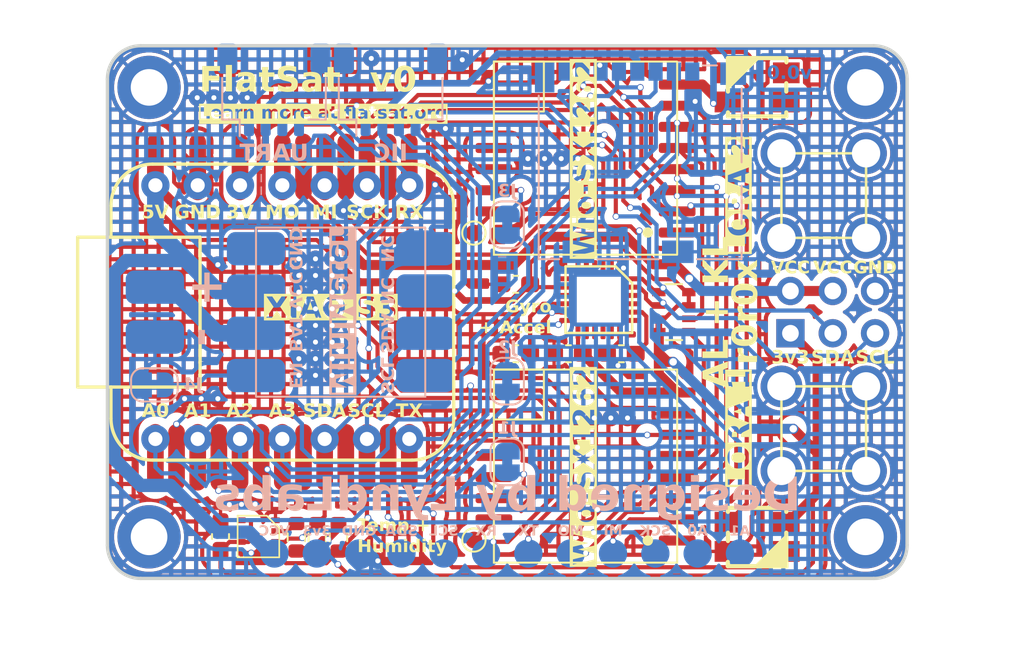
<source format=kicad_pcb>
(kicad_pcb (version 20241229) (generator "pcbnew") (generator_version "9.0")
  (layers (0 "F.Cu" signal) (2 "B.Cu" signal) (13 "F.Paste" user) (15 "B.Paste" user) (5 "F.SilkS" user "F.Silkscreen") (7 "B.SilkS" user "B.Silkscreen") (1 "F.Mask" user) (3 "B.Mask" user) (25 "Edge.Cuts" user))
  (net 0 "")
  (net 1 "Net-(U2-REGOUT)")
  (net 2 "GND")
  (net 3 "Net-(U2-CPOUT)")
  (net 4 "MCU_RX_1")
  (net 11 "Net-(D1-DOUT)")
  (net 19 "SCL")
  (net 20 "MCU_TX_1")
  (net 21 "Net-(JP1-B)")
  (net 22 "LED")
  (net 24 "CS1")
  (net 25 "CS2")
  (net 26 "SCK")
  (net 27 "MISO")
  (net 28 "MOSI")
  (net 29 "VCC")
  (net 35 "MCU_TX")
  (net 36 "MCU_RX")
  (net 37 "VBAT")
  (net 38 "Net-(JP2-A)")
  (net 39 "INT")
  (net 40 "Net-(JP3-A)")
  (net 41 "BUSY1")
  (net 42 "Net-(JP5-A)")
  (net 43 "BUSY2")
  (net 44 "Net-(U5-DI01)")
  (net 45 "Net-(U6-DI01)")
  (net 47 "SD_CS")
  (net 49 "A0")
  (net 52 "A1")
  (net 53 "+3V3")
  (net 54 "SDA")
  (net 55 "Net-(U3-CSB)")
  (net 56 "Net-(RN1D-R4.2)")
  (net 57 "Net-(RN1C-R3.2)")
  (footprint "Sensor_Motion:InvenSense_QFN-24_4x4mm_P0.5mm" (layer "F.Cu") (at 5.5 -0.75 -90)
    (property "Reference" "U2" (hide yes))
    (property "Value" "MPU-6050")
  )
  (footprint "Seeed:Wio-SX1262" (layer "F.Cu") (at 4.7 9.25 90)
    (property "Reference" "U6" (hide yes))
    (property "Value" "~")
  )
  (footprint "Package_LGA:Bosch_LGA-8_2.5x2.5mm_P0.65mm_ClockwisePinNumbering" (layer "F.Cu") (at -14.935 13.48 -90)
    (property "Reference" "U3" (hide yes))
    (property "Value" "BME280")
  )
  (footprint "MountingHole:MountingHole_2.2mm_M2_DIN965_Pad" (layer "F.Cu") (at -21.5 13.5)
    (property "Reference" "REF**" (hide yes))
    (property "Value" "M2" (hide yes))
  )
  (footprint "Resistor_SMD:R_0603_1608Metric" (layer "F.Cu") (at -12.6575 13.525 90)
    (property "Reference" "R6" (hide yes))
    (property "Value" "10K")
  )
  (footprint "Capacitor_SMD:C_0603_1608Metric_Pad1.08x0.95mm_HandSolder" (layer "F.Cu") (at 0.5125 2.5 180)
    (property "Reference" "C1" (hide yes))
    (property "Value" "0.1uf")
  )
  (footprint "Capacitor_SMD:C_0603_1608Metric_Pad1.08x0.95mm_HandSolder" (layer "F.Cu") (at 0.5125 -1.67 180)
    (property "Reference" "C5" (hide yes))
    (property "Value" "0.1uf")
  )
  (footprint "Capacitor_SMD:C_0603_1608Metric_Pad1.08x0.95mm_HandSolder" (layer "F.Cu") (at 3.675 2.5 180)
    (property "Reference" "C4" (hide yes))
    (property "Value" "0.1uf")
  )
  (footprint "Connector_Coaxial:SMA_Amphenol_901-143_Horizontal" (layer "F.Cu") (at 19 7 -90)
    (property "Reference" "AE1" (hide yes))
    (property "Value" "u.fl to SMA Edge Mount")
  )
  (footprint "MountingHole:MountingHole_2.2mm_M2_DIN965_Pad" (layer "F.Cu") (at 21.5 13.5)
    (property "Reference" "REF**" (hide yes))
    (property "Value" "M2" (hide yes))
  )
  (footprint "Connector_Coaxial:SMA_Amphenol_901-143_Horizontal" (layer "F.Cu") (at 19 -7 -90)
    (property "Reference" "AE2" (hide yes))
    (property "Value" "u.fl to SMA Edge Mount")
  )
  (footprint "Capacitor_SMD:C_0603_1608Metric_Pad1.08x0.95mm_HandSolder" (layer "F.Cu") (at 6.85 2.5 180)
    (property "Reference" "C2" (hide yes))
    (property "Value" "2.2uf")
  )
  (footprint "Capacitor_SMD:C_0603_1608Metric_Pad1.08x0.95mm_HandSolder" (layer "F.Cu") (at -17.21 13.48 90)
    (property "Reference" "C3" (hide yes))
    (property "Value" "0.1uf")
  )
  (footprint "MountingHole:MountingHole_2.2mm_M2_DIN965_Pad" (layer "F.Cu") (at 21.5 -13.5)
    (property "Reference" "REF**" (hide yes))
    (property "Value" "M2" (hide yes))
  )
  (footprint "Seeed:XIAO_SMT" (layer "F.Cu") (at -13.5 0 -90)
    (property "Reference" "U1" (hide yes))
    (property "Value" "Xiao" (hide yes))
  )
  (footprint "LED_SMD:LED_SK6812MINI_PLCC4_3.5x3.5mm_P1.75mm" (layer "F.Cu") (at 15 -13.5 180)
    (property "Reference" "D2" (hide yes))
    (property "Value" "SK6812MINI")
  )
  (footprint "LED_SMD:LED_SK6812MINI_PLCC4_3.5x3.5mm_P1.75mm" (layer "F.Cu") (at 15 13.5)
    (property "Reference" "D1" (hide yes))
    (property "Value" "SK6812MINI")
  )
  (footprint "Resistor_SMD:R_0603_1608Metric" (layer "F.Cu") (at -11.405 13.53 90)
    (property "Reference" "R5" (hide yes))
    (property "Value" "10K")
  )
  (footprint "TestPoint:TestPoint_Pad_D1.0mm" (layer "F.Cu") (at -2 13.69)
    (property "Reference" "TP2" (hide yes))
    (property "Value" "TestPoint" (hide yes))
  )
  (footprint "Connector_PinHeader_2.54mm:PinHeader_2x03_P2.54mm_Vertical" (layer "F.Cu") (at 17 1.27 90)
    (property "Reference" "J4" (hide yes))
    (property "Value" "Conn_02x03_Odd_Even")
  )
  (footprint "TestPoint:TestPoint_Pad_D1.0mm" (layer "F.Cu") (at -2 -4.75)
    (property "Reference" "TP1" (hide yes))
    (property "Value" "TestPoint" (hide yes))
  )
  (footprint "Seeed:Wio-SX1262" (layer "F.Cu") (at 4.7 -9.25 90)
    (property "Reference" "U5" (hide yes))
    (property "Value" "~")
  )
  (footprint "Resistor_SMD:R_Array_Convex_4x0603" (layer "F.Cu") (at 10 0)
    (property "Reference" "RN1" (hide yes))
    (property "Value" "10K")
  )
  (footprint "MountingHole:MountingHole_2.2mm_M2_DIN965_Pad" (layer "F.Cu") (at -21.5 -13.5)
    (property "Reference" "REF**" (hide yes))
    (property "Value" "M2" (hide yes))
  )
  (footprint "Resistor_SMD:R_0603_1608Metric" (layer "F.Cu") (at -10.13 13.53 90)
    (property "Reference" "R4" (hide yes))
    (property "Value" "10K")
  )
  (footprint "PicoCharge:MiniMeter" (layer "B.Cu") (at -10 0 -90)
    (property "Reference" "U4" (hide yes))
    (property "Value" "MiniMeter")
  )
  (footprint "Connector_PinHeader_2.54mm:PinHeader_1x12_P2.54mm_Vertical" (layer "B.Cu") (at -13.97 14.5 -90)
    (property "Reference" "J5" (hide yes))
    (property "Value" "Conn_01x12_Pin")
  )
  (footprint "Jumper:SolderJumper-2_P1.3mm_Bridged_RoundedPad1.0x1.5mm" (layer "B.Cu") (at -21.18 4.37)
    (property "Reference" "JP1" (hide yes))
    (property "Value" "SolderJumper_2_Bridged")
  )
  (footprint "Connector_JST:JST_PH_S2B-PH-SM4-TB_1x02-1MP_P2.00mm_Horizontal" (layer "B.Cu") (at -24 0 90)
    (property "Reference" "J1" (hide yes))
    (property "Value" "LiPo" (hide yes))
  )
  (footprint "Connector_Card:microSD_HC_Molex_104031-0811" (layer "B.Cu") (at 8 -9 180)
    (property "Reference" "J7" (hide yes))
    (property "Value" "Micro_SD_Card")
  )
  (footprint "Jumper:SolderJumper-2_P1.3mm_Bridged_RoundedPad1.0x1.5mm" (layer "B.Cu") (at 0 4.15 -90)
    (property "Reference" "JP2" (hide yes))
    (property "Value" "SolderJumper_2_Bridged")
  )
  (footprint "Connector_JST:JST_SH_SM04B-SRSS-TB_1x04-1MP_P1.00mm_Horizontal" (layer "B.Cu") (at -14 -13.35)
    (property "Reference" "J2" (hide yes))
    (property "Value" "Conn_01x04_MountingPin" (hide yes))
  )
  (footprint "Connector_JST:JST_SH_SM04B-SRSS-TB_1x04-1MP_P1.00mm_Horizontal" (layer "B.Cu") (at -7 -13.35)
    (property "Reference" "J3" (hide yes))
    (property "Value" "Conn_01x04_MountingPin" (hide yes))
  )
  (footprint "Jumper:SolderJumper-2_P1.3mm_Bridged_RoundedPad1.0x1.5mm" (layer "B.Cu") (at 0 -5.25 -90)
    (property "Reference" "JP3" (hide yes))
    (property "Value" "SolderJumper_2_Bridged")
  )
  (footprint "Jumper:SolderJumper-2_P1.3mm_Bridged_RoundedPad1.0x1.5mm" (layer "B.Cu") (at 0 9 90)
    (property "Reference" "JP5" (hide yes))
    (property "Value" "SolderJumper_2_Bridged")
  )
  (gr_arc (start -24 -14) (mid -23.414214 -15.414214) (end -22 -16) (stroke (width 0.2)) (layer "Edge.Cuts"))
  (gr_arc (start 24 14) (mid 23.414214 15.414214) (end 22 16) (stroke (width 0.2)) (layer "Edge.Cuts"))
  (gr_line (start -22 16) (end 22 16) (stroke (width 0.2)) (layer "Edge.Cuts"))
  (gr_line (start 22 -16) (end -22 -16) (stroke (width 0.2)) (layer "Edge.Cuts"))
  (gr_arc (start -22 16) (mid -23.414214 15.414214) (end -24 14) (stroke (width 0.2)) (layer "Edge.Cuts"))
  (gr_line (start -24 -14) (end -24 14) (stroke (width 0.2)) (layer "Edge.Cuts"))
  (gr_line (start 24 14) (end 24 -14) (stroke (width 0.2)) (layer "Edge.Cuts"))
  (gr_arc (start 22 -16) (mid 23.414214 -15.414214) (end 24 -14) (stroke (width 0.2)) (layer "Edge.Cuts"))
  (gr_text "v0.0" (at 18.3 -13.87 0) (layer "B.Cu") (effects (font (size 0.8 0.8) (thickness 0.15) (bold yes)) (justify left bottom mirror)))
  (gr_text "AL + KL" (at 13.5 0 90) (layer "F.SilkS") (effects (font (size 1.5 1.5) (thickness 0.1875) (bold yes)) (justify bottom)))
  (gr_text "Temp +\nHumidity" (at -9 13.475 0) (layer "F.SilkS") (effects (font (size 0.75 0.75) (thickness 0.1875) (bold yes)) (justify left)))
  (gr_text "Learn more at flatsat.org" (at -18.5 -11.5 0) (layer "F.SilkS" knockout) (effects (font (size 0.75 0.75) (thickness 0.1875) (bold yes)) (justify left bottom)))
  (gr_text "r0r0x" (at 15.25 0 90) (layer "F.SilkS") (effects (font (size 1.5 1.5) (thickness 0.1875) (bold yes)) (justify bottom)))
  (gr_text "FlatSat" (at -18.5 -13 0) (layer "F.SilkS") (effects (font (size 1.5 1.5) (thickness 0.3) (bold yes)) (justify left bottom)))
  (gr_text "Gyro\n+ Accel" (at 2.66 1.4 0) (layer "F.SilkS") (effects (font (size 0.75 0.75) (thickness 0.1875) (bold yes)) (justify right bottom)))
  (gr_text "v0" (at -8.25 -13 0) (layer "F.SilkS") (effects (font (size 1.5 1.5) (thickness 0.3) (bold yes)) (justify left bottom)))
  (gr_text "Designed by LyndLabs" (at 0 12.25 0) (layer "B.SilkS") (effects (font (size 2 2) (thickness 0.1875) (bold yes)) (justify bottom mirror)))
  (segment (start 1.375 0.275) (end 2.15 -0.5) (width 0.25) (layer "F.Cu") (net 1))
  (segment (start 1.375 2.5) (end 1.375 0.275) (width 0.25) (layer "F.Cu") (net 1))
  (segment (start 2.15 -0.5) (end 3.55 -0.5) (width 0.25) (layer "F.Cu") (net 1))
  (segment (start 6.75 1.7375) (end 5.9875 2.5) (width 0.25) (layer "F.Cu") (net 2))
  (segment (start 6.65 3.21) (end 6.65 3.1625) (width 0.25) (layer "F.Cu") (net 2))
  (segment (start -15.945 14.47) (end -15.96 14.455) (width 0.25) (layer "F.Cu") (net 2))
  (segment (start 2.68 0.025) (end 2.705 0) (width 0.25) (layer "F.Cu") (net 2))
  (segment (start 6.65 3.1625) (end 5.9875 2.5) (width 0.25) (layer "F.Cu") (net 2))
  (segment (start -15.37 14.47) (end -15.945 14.47) (width 0.25) (layer "F.Cu") (net 2))
  (segment (start 6.75 1.2) (end 6.75 1.7375) (width 0.25) (layer "F.Cu") (net 2))
  (segment (start -16.6725 13.155) (end -17.21 12.6175) (width 0.25) (layer "F.Cu") (net 2))
  (segment (start -15.96 13.155) (end -16.6725 13.155) (width 0.25) (layer "F.Cu") (net 2))
  (segment (start 2.705 0) (end 3.55 0) (width 0.25) (layer "F.Cu") (net 2))
  (via (at -1.12 -13.87) (size 0.4) (drill 0.3) (layers "F.Cu" "B.Cu") (net 2))
  (via (at 5.22 6.36) (size 0.4) (drill 0.3) (layers "F.Cu" "B.Cu") (net 2))
  (via (at -15.61 -12.88) (size 0.4) (drill 0.3) (layers "F.Cu" "B.Cu") (net 2))
  (via (at 6.22 6.36) (size 0.4) (drill 0.3) (layers "F.Cu" "B.Cu") (net 2))
  (via (at -12.51 3.8) (size 0.4) (drill 0.3) (layers "F.Cu" "B.Cu") (net 2))
  (via (at -12.51 0.8) (size 0.4) (drill 0.3) (layers "F.Cu" "B.Cu") (net 2))
  (via (at 2.24 -9.22) (size 0.4) (drill 0.3) (layers "F.Cu" "B.Cu") (net 2))
  (via (at -15.95 11.55) (size 0.4) (drill 0.3) (layers "F.Cu" "B.Cu") (net 2))
  (via (at -11.51 -1.2) (size 0.4) (drill 0.3) (layers "F.Cu" "B.Cu") (net 2))
  (via (at -9.04 -12.4) (size 0.4) (drill 0.3) (layers "F.Cu" "B.Cu") (net 2))
  (via (at 5.42 11.86) (size 0.4) (drill 0.3) (layers "F.Cu" "B.Cu") (net 2))
  (via (at -18.61 -12.88) (size 0.4) (drill 0.3) (layers "F.Cu" "B.Cu") (net 2))
  (via (at -8.83 -6.1) (size 0.4) (drill 0.3) (layers "F.Cu" "B.Cu") (net 2))
  (via (at -10.51 -3.2) (size 0.4) (drill 0.3) (layers "F.Cu" "B.Cu") (net 2))
  (via (at -17.37 5.2) (size 0.4) (drill 0.3) (layers "F.Cu" "B.Cu") (net 2))
  (via (at -7.83 -6.1) (size 0.4) (drill 0.3) (layers "F.Cu" "B.Cu") (net 2))
  (via (at -12.51 -3.2) (size 0.4) (drill 0.3) (layers "F.Cu" "B.Cu") (net 2))
  (via (at 7.22 6.36) (size 0.4) (drill 0.3) (layers "F.Cu" "B.Cu") (net 2))
  (via (at -16.61 -12.88) (size 0.4) (drill 0.3) (layers "F.Cu" "B.Cu") (net 2))
  (via (at 1.24 -9.22) (size 0.4) (drill 0.3) (layers "F.Cu" "B.Cu") (net 2))
  (via (at -3.71 -11.03) (size 0.4) (drill 0.3) (layers "F.Cu" "B.Cu") (net 2))
  (via (at -4.33 -7.65) (size 0.4) (drill 0.3) (layers "F.Cu" "B.Cu") (net 2))
  (via (at -10.51 -2.2) (size 0.4) (drill 0.3) (layers "F.Cu" "B.Cu") (net 2))
  (via (at -12.51 -1.2) (size 0.4) (drill 0.3) (layers "F.Cu" "B.Cu") (net 2))
  (via (at -11.51 -2.2) (size 0.4) (drill 0.3) (layers "F.Cu" "B.Cu") (net 2))
  (via (at 11.28 -12.66) (size 0.4) (drill 0.3) (layers "F.Cu" "B.Cu") (net 2))
  (via (at -11.51 2.8) (size 0.4) (drill 0.3) (layers "F.Cu" "B.Cu") (net 2))
  (via (at 6.65 3.21) (size 0.4) (drill 0.3) (layers "F.Cu" "B.Cu") (net 2))
  (via (at -12.51 2.8) (size 0.4) (drill 0.3) (layers "F.Cu" "B.Cu") (net 2))
  (via (at 6.98 -2.65) (size 0.4) (drill 0.3) (layers "F.Cu" "B.Cu") (net 2))
  (via (at -10.51 -0.2) (size 0.4) (drill 0.3) (layers "F.Cu" "B.Cu") (net 2))
  (via (at -11.51 1.8) (size 0.4) (drill 0.3) (layers "F.Cu" "B.Cu") (net 2))
  (via (at -10.51 1.8) (size 0.4) (drill 0.3) (layers "F.Cu" "B.Cu") (net 2))
  (via (at -12.51 -0.2) (size 0.4) (drill 0.3) (layers "F.Cu" "B.Cu") (net 2))
  (via (at -11.51 -3.2) (size 0.4) (drill 0.3) (layers "F.Cu" "B.Cu") (net 2))
  (via (at -7.77 14.94) (size 0.4) (drill 0.3) (layers "F.Cu" "B.Cu") (net 2))
  (via (at -10.51 2.8) (size 0.4) (drill 0.3) (layers "F.Cu" "B.Cu") (net 2))
  (via (at -12.51 -2.2) (size 0.4) (drill 0.3) (layers "F.Cu" "B.Cu") (net 2))
  (via (at -10.51 -1.2) (size 0.4) (drill 0.3) (layers "F.Cu" "B.Cu") (net 2))
  (via (at -11.51 3.8) (size 0.4) (drill 0.3) (layers "F.Cu" "B.Cu") (net 2))
  (via (at -12.51 1.8) (size 0.4) (drill 0.3) (layers "F.Cu" "B.Cu") (net 2))
  (via (at 4.22 8.13) (size 0.4) (drill 0.3) (layers "F.Cu" "B.Cu") (net 2))
  (via (at -16.68 11.56) (size 0.4) (drill 0.3) (layers "F.Cu" "B.Cu") (net 2))
  (via (at -15.37 14.47) (size 0.4) (drill 0.3) (layers "F.Cu" "B.Cu") (net 2))
  (via (at -17.61 -12.88) (size 0.4) (drill 0.3) (layers "F.Cu" "B.Cu") (net 2))
  (via (at 5.56 -14.83) (size 0.4) (drill 0.3) (layers "F.Cu" "B.Cu") (net 2))
  (via (at -10.51 0.8) (size 0.4) (drill 0.3) (layers "F.Cu" "B.Cu") (net 2))
  (via (at -18.37 5.2) (size 0.4) (drill 0.3) (layers "F.Cu" "B.Cu") (net 2))
  (via (at -11.51 -0.2) (size 0.4) (drill 0.3) (layers "F.Cu" "B.Cu") (net 2))
  (via (at -2.7 -15.16) (size 0.4) (drill 0.3) (layers "F.Cu" "B.Cu") (net 2))
  (via (at 3.24 -9.22) (size 0.4) (drill 0.3) (layers "F.Cu" "B.Cu") (net 2))
  (via (at -10.51 3.8) (size 0.4) (drill 0.3) (layers "F.Cu" "B.Cu") (net 2))
  (via (at -8.16 -15.24) (size 0.4) (drill 0.3) (layers "F.Cu" "B.Cu") (net 2))
  (via (at -11.51 0.8) (size 0.4) (drill 0.3) (layers "F.Cu" "B.Cu") (net 2))
  (via (at 2.68 0.025) (size 0.4) (drill 0.3) (layers "F.Cu" "B.Cu") (net 2))
  (via (at -9.83 -6.1) (size 0.4) (drill 0.3) (layers "F.Cu" "B.Cu") (net 2))
  (via (at -19.37 5.2) (size 0.4) (drill 0.3) (layers "F.Cu" "B.Cu") (net 2))
  (via (at 4.22 6.36) (size 0.4) (drill 0.3) (layers "F.Cu" "B.Cu") (net 2))
  (via (at -15.13 11.53) (size 0.4) (drill 0.3) (layers "F.Cu" "B.Cu") (net 2))
  (via (at -17.37 -2.85) (size 0.4) (drill 0.3) (layers "F.Cu" "B.Cu") (net 2))
  (via (at 4.24 -9.22) (size 0.4) (drill 0.3) (layers "F.Cu" "B.Cu") (net 2))
  (segment (start -8.5 -11.9) (end -8.5 -11.35) (width 0.25) (layer "B.Cu") (net 2))
  (segment (start -9 -12.4) (end -8.5 -11.9) (width 0.25) (layer "B.Cu") (net 2))
  (segment (start -9.04 -12.4) (end -9 -12.4) (width 0.25) (layer "B.Cu") (net 2))
  (segment (start 8.35 0.26) (end 8.09 0) (width 0.25) (layer "F.Cu") (net 3))
  (segment (start 8.35 1.8625) (end 8.35 0.26) (width 0.25) (layer "F.Cu") (net 3))
  (segment (start 8.09 0) (end 7.45 0) (width 0.25) (layer "F.Cu") (net 3))
  (segment (start 7.7125 2.5) (end 8.35 1.8625) (width 0.25) (layer "F.Cu") (net 3))
  (segment (start 14.376 11.499) (end 13.25 12.625) (width 0.25) (layer "F.Cu") (net 11))
  (segment (start 13.25 -14.375) (end 13.577 -14.375) (width 0.25) (layer "F.Cu") (net 11))
  (segment (start 14.376 -13.576) (end 14.376 11.499) (width 0.25) (layer "F.Cu") (net 11))
  (segment (start 13.577 -14.375) (end 14.376 -13.576) (width 0.25) (layer "F.Cu") (net 11))
  (segment (start 8.33 -0.8) (end 8.73 -0.4) (width 0.25) (layer "F.Cu") (net 19))
  (segment (start 8.33 -1.114178) (end 8.33 -0.8) (width 0.25) (layer "F.Cu") (net 19))
  (segment (start -13.91 14.455) (end -13.284 15.081) (width 0.25) (layer "F.Cu") (net 19))
  (segment (start 6.518 -9.32419) (end 5.801418 -10.040772) (width 0.25) (layer "F.Cu") (net 19))
  (segment (start -8.42 12.645) (end -8.42 7.62) (width 0.25) (layer "F.Cu") (net 19))
  (segment (start 5.801418 -10.040772) (end 5.696764 -10.040772) (width 0.25) (layer "F.Cu") (net 19))
  (segment (start 6.53 -5.749) (end 6.518 -5.761) (width 0.25) (layer "F.Cu") (net 19))
  (segment (start -13.284 15.081) (end -10.856 15.081) (width 0.25) (layer "F.Cu") (net 19))
  (segment (start 8.73 -0.4) (end 9.1 -0.4) (width 0.25) (layer "F.Cu") (net 19))
  (segment (start 7.944178 -1.5) (end 8.33 -1.114178) (width 0.25) (layer "F.Cu") (net 19))
  (segment (start 7.45 -1.5) (end 7.944178 -1.5) (width 0.25) (layer "F.Cu") (net 19))
  (segment (start -10.13 14.355) (end -8.42 12.645) (width 0.25) (layer "F.Cu") (net 19))
  (segment (start 6.518 -5.761) (end 6.518 -9.32419) (width 0.25) (layer "F.Cu") (net 19))
  (segment (start -10.856 15.081) (end -10.13 14.355) (width 0.25) (layer "F.Cu") (net 19))
  (via (at 5.696764 -10.040772) (size 0.4) (drill 0.3) (layers "F.Cu" "B.Cu") (net 19))
  (via (at 9.355 -0.549998) (size 0.4) (drill 0.3) (layers "F.Cu" "B.Cu") (net 19))
  (via (at -8.366268 12.358732) (size 0.4) (drill 0.3) (layers "F.Cu" "B.Cu") (net 19))
  (via (at 6.53 -5.749) (size 0.4) (drill 0.3) (layers "F.Cu" "B.Cu") (net 19))
  (segment (start -4.92 3.81) (end -6.35 3.81) (width 0.25) (layer "B.Cu") (net 19))
  (segment (start -5.58 13.21) (end -4.29 14.5) (width 0.25) (layer "B.Cu") (net 19))
  (segment (start -8.42 5.95781) (end -8.42 7.62) (width 0.25) (layer "B.Cu") (net 19))
  (segment (start -5.5 -11.35) (end -5.5 -10.84) (width 0.25) (layer "B.Cu") (net 19))
  (segment (start 4.311418 -10.040772) (end 2.35219 -12) (width 0.25) (layer "B.Cu") (net 19))
  (segment (start 10.261998 0.357) (end 13.735 0.357) (width 0.25) (layer "B.Cu") (net 19))
  (segment (start 7.811 -5.749) (end 8.513 -5.047) (width 0.25) (layer "B.Cu") (net 19))
  (segment (start -2.844 2.594) (end -4.075 3.825) (width 0.25) (layer "B.Cu") (net 19))
  (segment (start 2.35219 -12) (end -4.85 -12) (width 0.25) (layer "B.Cu") (net 19))
  (segment (start -7.53 13.21) (end -5.58 13.21) (width 0.25) (layer "B.Cu") (net 19))
  (segment (start 8.513 -5.047) (end 8.513 -1.391998) (width 0.25) (layer "B.Cu") (net 19))
  (segment (start 6.53 -5.749) (end 7.811 -5.749) (width 0.25) (layer "B.Cu") (net 19))
  (segment (start -6.545 4.005) (end -6.545 4.08281) (width 0.25) (layer "B.Cu") (net 19))
  (segment (start 13.735 0.357) (end 15.998 2.62) (width 0.25) (layer "B.Cu") (net 19))
  (segment (start 20.73 2.62) (end 22.08 1.27) (width 0.25) (layer "B.Cu") (net 19))
  (segment (start -8.145 12.595) (end -7.53 13.21) (width 0.25) (layer "B.Cu") (net 19))
  (segment (start 5.696764 -10.040772) (end 4.311418 -10.040772) (width 0.25) (layer "B.Cu") (net 19))
  (segment (start -4.491 -10.341) (end -1.64 -7.49) (width 0.25) (layer "B.Cu") (net 19))
  (segment (start 9.355 -0.549998) (end 10.261998 0.357) (width 0.25) (layer "B.Cu") (net 19))
  (segment (start -4.92 2.98) (end -4.92 3.81) (width 0.25) (layer "B.Cu") (net 19))
  (segment (start -4.85 -12) (end -5.5 -11.35) (width 0.25) (layer "B.Cu") (net 19))
  (segment (start -1.64 -0.3) (end -2.844 0.904) (width 0.25) (layer "B.Cu") (net 19))
  (segment (start 8.513 -1.391998) (end 9.355 -0.549998) (width 0.25) (layer "B.Cu") (net 19))
  (segment (start -8.145 12.58) (end -8.145 12.595) (width 0.25) (layer "B.Cu") (net 19))
  (segment (start -5.5 -10.84) (end -5.001 -10.341) (width 0.25) (layer "B.Cu") (net 19))
  (segment (start -5.001 -10.341) (end -4.491 -10.341) (width 0.25) (layer "B.Cu") (net 19))
  (segment (start -8.366268 12.358732) (end -8.145 12.58) (width 0.25) (layer "B.Cu") (net 19))
  (segment (start 15.998 2.62) (end 20.73 2.62) (width 0.25) (layer "B.Cu") (net 19))
  (segment (start -4.29 14.5) (end -3.81 14.5) (width 0.25) (layer "B.Cu") (net 19))
  (segment (start -6.545 4.08281) (end -8.42 5.95781) (width 0.25) (layer "B.Cu") (net 19))
  (segment (start -1.64 -7.49) (end -1.64 -0.3) (width 0.25) (layer "B.Cu") (net 19))
  (segment (start -4.075 3.825) (end -4.92 2.98) (width 0.25) (layer "B.Cu") (net 19))
  (segment (start -6.35 3.81) (end -6.545 4.005) (width 0.25) (layer "B.Cu") (net 19))
  (segment (start -2.844 0.904) (end -2.844 2.594) (width 0.25) (layer "B.Cu") (net 19))
  (segment (start -18.6 4.37) (end -18.04 3.81) (width 0.25) (layer "B.Cu") (net 21))
  (segment (start -18.04 3.81) (end -15.08 3.81) (width 0.25) (layer "B.Cu") (net 21))
  (segment (start -20.53 4.37) (end -18.6 4.37) (width 0.25) (layer "B.Cu") (net 21))
  (segment (start 16.75 14.375) (end 16.575 14.375) (width 0.25) (layer "F.Cu") (net 22))
  (segment (start -4.44 12.105) (end -4.44 14.17) (width 0.25) (layer "F.Cu") (net 22))
  (segment (start 15.799 15.326) (end 16.75 14.375) (width 0.25) (layer "F.Cu") (net 22))
  (segment (start -3.284 15.326) (end 15.799 15.326) (width 0.25) (layer "F.Cu") (net 22))
  (segment (start -4.44 14.17) (end -3.284 15.326) (width 0.25) (layer "F.Cu") (net 22))
  (via (at -4.44 12.105) (size 0.4) (drill 0.3) (layers "F.Cu" "B.Cu") (net 22))
  (segment (start -4.765 11.78) (end -8.53 11.78) (width 0.25) (layer "B.Cu") (net 22))
  (segment (start -4.44 12.105) (end -4.765 11.78) (width 0.25) (layer "B.Cu") (net 22))
  (segment (start -8.53 11.78) (end -9.244 12.494) (width 0.25) (layer "B.Cu") (net 22))
  (segment (start -9.244 12.494) (end -17.10928 12.494) (width 0.25) (layer "B.Cu") (net 22))
  (segment (start -19.919281 9.684) (end -20.746 9.684) (width 0.25) (layer "B.Cu") (net 22))
  (segment (start -17.10928 12.494) (end -19.919281 9.684) (width 0.25) (layer "B.Cu") (net 22))
  (segment (start -20.746 9.684) (end -21.12 9.31) (width 0.25) (layer "B.Cu") (net 22))
  (segment (start -21.12 9.31) (end -21.12 7.62) (width 0.25) (layer "B.Cu") (net 22))
  (via (at 10.2 -11.36) (size 0.4) (drill 0.3) (layers "F.Cu" "B.Cu") (net 24))
  (segment (start 10.2 -11.36) (end 10.194 -11.354) (width 0.25) (layer "B.Cu") (net 24))
  (segment (start -15.552884 6.444) (end -17.404 6.444) (width 0.25) (layer "B.Cu") (net 24))
  (segment (start 7.68 -6.95) (end 4.81 -6.95) (width 0.25) (layer "B.Cu") (net 24))
  (segment (start 2.16 -1.28781) (end -1.189 2.06119) (width 0.25) (layer "B.Cu") (net 24))
  (segment (start 10.194 -11.354) (end 10.194 -9.464) (width 0.25) (layer "B.Cu") (net 24))
  (segment (start -14.736095 7.260789) (end -15.552884 6.444) (width 0.25) (layer "B.Cu") (net 24))
  (segment (start -4.961 9.901) (end -13.12119 9.901) (width 0.25) (layer "B.Cu") (net 24))
  (segment (start -13.12119 9.901) (end -14.736095 8.286095) (width 0.25) (layer "B.Cu") (net 24))
  (segment (start -1.189 2.06119) (end -1.189 6.129) (width 0.25) (layer "B.Cu") (net 24))
  (segment (start 2.16 -4.3) (end 2.16 -1.28781) (width 0.25) (layer "B.Cu") (net 24))
  (segment (start -17.404 6.444) (end -18.58 7.62) (width 0.25) (layer "B.Cu") (net 24))
  (segment (start 10.194 -9.464) (end 7.68 -6.95) (width 0.25) (layer "B.Cu") (net 24))
  (segment (start 4.81 -6.95) (end 2.16 -4.3) (width 0.25) (layer "B.Cu") (net 24))
  (segment (start -14.736095 8.286095) (end -14.736095 7.260789) (width 0.25) (layer "B.Cu") (net 24))
  (segment (start -1.189 6.129) (end -4.961 9.901) (width 0.25) (layer "B.Cu") (net 24))
  (segment (start 10.19 7.38) (end 10.2 7.37) (width 0.25) (layer "F.Cu") (net 25))
  (segment (start 8.4 7.38) (end 10.19 7.38) (width 0.25) (layer "F.Cu") (net 25))
  (via (at 8.4 7.38) (size 0.4) (drill 0.3) (layers "F.Cu" "B.Cu") (net 25))
  (segment (start -16.04 7.62) (end -16.04 8.81) (width 0.25) (layer "B.Cu") (net 25))
  (segment (start -14.047 10.803) (end -4.58738 10.803) (width 0.25) (layer "B.Cu") (net 25))
  (segment (start -4.58738 10.803) (end -1.16438 7.38) (width 0.25) (layer "B.Cu") (net 25))
  (segment (start -16.04 8.81) (end -14.047 10.803) (width 0.25) (layer "B.Cu") (net 25))
  (segment (start -1.16438 7.38) (end 8.4 7.38) (width 0.25) (layer "B.Cu") (net 25))
  (segment (start 9.64 -8.59) (end 9.32 -8.59) (width 0.25) (layer "F.Cu") (net 26))
  (segment (start -8.42 -7.62) (end -7.976 -8.064) (width 0.25) (layer "F.Cu") (net 26))
  (segment (start 12.57 -7.505) (end 12.57 8.4) (width 0.25) (layer "F.Cu") (net 26))
  (segment (start 9.57 9.91) (end 10.2 9.91) (width 0.25) (layer "F.Cu") (net 26))
  (segment (start -8.42 -10.11814) (end -7.36814 -11.17) (width 0.25) (layer "F.Cu") (net 26))
  (segment (start 4.16 -12.14) (end 5 -12.98) (width 0.25) (layer "F.Cu") (net 26))
  (segment (start 6.99419 11.548) (end 7.932 11.548) (width 0.25) (layer "F.Cu") (net 26))
  (segment (start 7.932 11.548) (end 9.57 9.91) (width 0.25) (layer "F.Cu") (net 26))
  (segment (start 5.293422 13.248768) (end 6.99419 11.548) (width 0.25) (layer "F.Cu") (net 26))
  (segment (start 11.06 9.91) (end 10.2 9.91) (width 0.25) (layer "F.Cu") (net 26))
  (segment (start -4.98 -12.14) (end 4.16 -12.14) (width 0.25) (layer "F.Cu") (net 26))
  (segment (start 10.21 -8.02) (end 10.2 -8.03) (width 0.25) (layer "F.Cu") (net 26))
  (segment (start 10.21 -8.58) (end 10.2 -8.59) (width 0.25) (layer "F.Cu") (net 26))
  (segment (start 5 -12.98) (end 5.01 -12.98) (width 0.25) (layer "F.Cu") (net 26))
  (segment (start 12.57 8.4) (end 11.06 9.91) (width 0.25) (layer "F.Cu") (net 26))
  (segment (start 7.99 -12.75) (end 7.99 -13.499998) (width 0.25) (layer "F.Cu") (net 26))
  (segment (start 5.188768 13.248768) (end 5.293422 13.248768) (width 0.25) (layer "F.Cu") (net 26))
  (segment (start -5.95 -11.17) (end -4.98 -12.14) (width 0.25) (layer "F.Cu") (net 26))
  (segment (start 9.32 -8.59) (end 8.626 -9.284) (width 0.25) (layer "F.Cu") (net 26))
  (segment (start 8.626 -12.114) (end 7.99 -12.75) (width 0.25) (layer "F.Cu") (net 26))
  (segment (start 10.21 -8.02) (end 10.21 -8.58) (width 0.25) (layer "F.Cu") (net 26))
  (segment (start -7.36814 -11.17) (end -5.95 -11.17) (width 0.25) (layer "F.Cu") (net 26))
  (segment (start 11.055 -8.59) (end 10.2 -8.59) (width 0.25) (layer "F.Cu") (net 26))
  (segment (start -8.42 -7.62) (end -8.42 -10.11814) (width 0.25) (layer "F.Cu") (net 26))
  (segment (start 8.626 -9.284) (end 8.626 -12.114) (width 0.25) (layer "F.Cu") (net 26))
  (via (at 7.99 -13.499998) (size 0.4) (drill 0.3) (layers "F.Cu" "B.Cu") (net 26))
  (via (at 5 -12.98) (size 0.4) (drill 0.3) (layers "F.Cu" "B.Cu") (net 26))
  (via (at 12.57 -7.505) (size 0.4) (drill 0.3) (layers "F.Cu" "B.Cu") (net 26))
  (via (at 5.188768 13.248768) (size 0.4) (drill 0.3) (layers "F.Cu" "B.Cu") (net 26))
  (via (at 10.21 -8.02) (size 0.4) (drill 0.3) (layers "F.Cu" "B.Cu") (net 26))
  (segment (start 5.271232 13.248768) (end 5.29 13.23) (width 0.25) (layer "B.Cu") (net 26))
  (segment (start 6.07 -12.98) (end 6.195 -13.105) (width 0.25) (layer "B.Cu") (net 26))
  (segment (start 5 -12.98) (end 6.07 -12.98) (width 0.25) (layer "B.Cu") (net 26))
  (segment (start 6.589998 -14.334998) (end 6.705 -14.45) (width 0.25) (layer "B.Cu") (net 26))
  (segment (start 6.589998 -13.499998) (end 7.99 -13.499998) (width 0.25) (layer "B.Cu") (net 26))
  (segment (start 12.57 -7.505) (end 10.725 -7.505) (width 0.25) (layer "B.Cu") (net 26))
  (segment (start 5.188768 13.248768) (end 5.271232 13.248768) (width 0.25) (layer "B.Cu") (net 26))
  (segment (start 10.725 -7.505) (end 10.21 -8.02) (width 0.25) (layer "B.Cu") (net 26))
  (segment (start 6.589998 -13.499998) (end 6.589998 -14.334998) (width 0.25) (layer "B.Cu") (net 26))
  (segment (start 5.29 13.23) (end 7.62 13.23) (width 0.25) (layer "B.Cu") (net 26))
  (segment (start 6.195 -13.105) (end 6.589998 -13.499998) (width 0.25) (layer "B.Cu") (net 26))
  (segment (start 7.62 13.23) (end 8.89 14.5) (width 0.25) (layer "B.Cu") (net 26))
  (segment (start 11.095 12.45) (end 10.2 12.45) (width 0.25) (layer "F.Cu") (net 27))
  (segment (start -10.516 -10.56214) (end -9.90814 -11.17) (width 0.25) (layer "F.Cu") (net 27))
  (segment (start 7.42 -8.72) (end 8.69 -7.45) (width 0.25) (layer "F.Cu") (net 27))
  (segment (start -5.16681 -12.591) (end 3.561 -12.591) (width 0.25) (layer "F.Cu") (net 27))
  (segment (start -9.90814 -11.17) (end -8.00595 -11.17) (width 0.25) (layer "F.Cu") (net 27))
  (segment (start 8.69 -7.45) (end 8.69 -6.97) (width 0.25) (layer "F.Cu") (net 27))
  (segment (start 8.69 -6.97) (end 9.61 -6.05) (width 0.25) (layer "F.Cu") (net 27))
  (segment (start 3.561 -12.591) (end 4.56 -13.59) (width 0.25) (layer "F.Cu") (net 27))
  (segment (start -10.516 -8.894) (end -10.516 -10.56214) (width 0.25) (layer "F.Cu") (net 27))
  (segment (start 6.35 13.46781) (end 7.36781 12.45) (width 0.25) (layer "F.Cu") (net 27))
  (segment (start 5.57 -13.59) (end 7.42 -11.74) (width 0.25) (layer "F.Cu") (net 27))
  (segment (start 13.75 -6.41) (end 13.75 9.795) (width 0.25) (layer "F.Cu") (net 27))
  (segment (start 7.36781 12.45) (end 10.2 12.45) (width 0.25) (layer "F.Cu") (net 27))
  (segment (start 7.42 -11.74) (end 7.42 -8.72) (width 0.25) (layer "F.Cu") (net 27))
  (segment (start -8.00595 -11.17) (end -7.55495 -11.621) (width 0.25) (layer "F.Cu") (net 27))
  (segment (start 13.75 9.795) (end 11.095 12.45) (width 0.25) (layer "F.Cu") (net 27))
  (segment (start -7.55495 -11.621) (end -6.13681 -11.621) (width 0.25) (layer "F.Cu") (net 27))
  (segment (start 6.35 13.755) (end 6.35 13.46781) (width 0.25) (layer "F.Cu") (net 27))
  (segment (start -6.13681 -11.621) (end -5.16681 -12.591) (width 0.25) (layer "F.Cu") (net 27))
  (segment (start -10.96 -8.45) (end -10.516 -8.894) (width 0.25) (layer "F.Cu") (net 27))
  (segment (start -10.96 -7.62) (end -10.96 -8.45) (width 0.25) (layer "F.Cu") (net 27))
  (segment (start 4.56 -13.59) (end 5.57 -13.59) (width 0.25) (layer "F.Cu") (net 27))
  (segment (start 9.61 -6.05) (end 10.2 -6.05) (width 0.25) (layer "F.Cu") (net 27))
  (via (at 13.75 -6.41) (size 0.4) (drill 0.3) (layers "F.Cu" "B.Cu") (net 27))
  (via (at 4.56 -13.59) (size 0.4) (drill 0.3) (layers "F.Cu" "B.Cu") (net 27))
  (via (at 11.02 -6.39) (size 0.4) (drill 0.3) (layers "F.Cu" "B.Cu") (net 27))
  (via (at 6.35 13.755) (size 0.4) (drill 0.3) (layers "F.Cu" "B.Cu") (net 27))
  (segment (start 4.56 -13.59) (end 4.56 -14.395) (width 0.25) (layer "B.Cu") (net 27))
  (segment (start 13.75 -6.41) (end 11.04 -6.41) (width 0.25) (layer "B.Cu") (net 27))
  (segment (start 11.04 -6.41) (end 11.02 -6.39) (width 0.25) (layer "B.Cu") (net 27))
  (segment (start 4.56 -14.395) (end 4.505 -14.45) (width 0.25) (layer "B.Cu") (net 27))
  (segment (start 8.05 -11.852464) (end 8.05 -8.97219) (width 0.25) (layer "F.Cu") (net 28))
  (segment (start 8.05 -8.97219) (end 8.774 -8.24819) (width 0.25) (layer "F.Cu") (net 28))
  (segment (start 5.714768 13.466645) (end 5.714768 13.465232) (width 0.25) (layer "F.Cu") (net 28))
  (segment (start 5.742464 -14.16) (end 4.386123 -14.16) (width 0.25) (layer "F.Cu") (net 28))
  (segment (start -12.53 -11.27) (end -13.5 -10.3) (width 0.25) (layer "F.Cu") (net 28))
  (segment (start -5.35362 -13.042) (end -6.32362 -12.072) (width 0.25) (layer "F.Cu") (net 28))
  (segment (start 4.386123 -14.16) (end 3.268123 -13.042) (width 0.25) (layer "F.Cu") (net 28))
  (segment (start 8.93781 11.18) (end 10.2 11.18) (width 0.25) (layer "F.Cu") (net 28))
  (segment (start -10.44595 -11.27) (end -12.53 -11.27) (width 0.25) (layer "F.Cu") (net 28))
  (segment (start 6.990137 -12.912327) (end 5.742464 -14.16) (width 0.25) (layer "F.Cu") (net 28))
  (segment (start 13.145 -6.795) (end 13.145 9.055) (width 0.25) (layer "F.Cu") (net 28))
  (segment (start -7.74176 -12.072) (end -8.19276 -11.621) (width 0.25) (layer "F.Cu") (net 28))
  (segment (start 8.774 -8.238678) (end 9.692678 -7.32) (width 0.25) (layer "F.Cu") (net 28))
  (segment (start 9.692678 -7.32) (end 10.2 -7.32) (width 0.25) (layer "F.Cu") (net 28))
  (segment (start 5.406645 13.774768) (end 5.714768 13.466645) (width 0.25) (layer "F.Cu") (net 28))
  (segment (start 13.136254 -6.967378) (end 13.136254 -6.803746) (width 0.25) (layer "F.Cu") (net 28))
  (segment (start 13.136254 -6.803746) (end 13.145 -6.795) (width 0.25) (layer "F.Cu") (net 28))
  (segment (start -10.09495 -11.621) (end -10.44595 -11.27) (width 0.25) (layer "F.Cu") (net 28))
  (segment (start 8.11881 11.999) (end 8.93781 11.18) (width 0.25) (layer "F.Cu") (net 28))
  (segment (start -13.5 -10.3) (end -13.5 -7.62) (width 0.25) (layer "F.Cu") (net 28))
  (segment (start 11.02 11.18) (end 10.2 11.18) (width 0.25) (layer "F.Cu") (net 28))
  (segment (start 8.774 -8.24819) (end 8.774 -8.238678) (width 0.25) (layer "F.Cu") (net 28))
  (segment (start 5.405232 13.774768) (end 5.406645 13.774768) (width 0.25) (layer "F.Cu") (net 28))
  (segment (start 13.145 9.055) (end 11.02 11.18) (width 0.25) (layer "F.Cu") (net 28))
  (segment (start -6.32362 -12.072) (end -7.74176 -12.072) (width 0.25) (layer "F.Cu") (net 28))
  (segment (start 5.714768 13.465232) (end 7.181 11.999) (width 0.25) (layer "F.Cu") (net 28))
  (segment (start 6.990137 -12.912327) (end 8.05 -11.852464) (width 0.25) (layer "F.Cu") (net 28))
  (segment (start 4.71 14.47) (end 5.405232 13.774768) (width 0.25) (layer "F.Cu") (net 28))
  (segment (start -8.19276 -11.621) (end -10.09495 -11.621) (width 0.25) (layer "F.Cu") (net 28))
  (segment (start 3.268123 -13.042) (end -5.35362 -13.042) (width 0.25) (layer "F.Cu") (net 28))
  (segment (start 7.181 11.999) (end 8.11881 11.999) (width 0.25) (layer "F.Cu") (net 28))
  (via (at 10.2 -6.98) (size 0.4) (drill 0.3) (layers "F.Cu" "B.Cu") (net 28))
  (via (at 4.71 14.47) (size 0.4) (drill 0.3) (layers "F.Cu" "B.Cu") (net 28))
  (via (at 6.990137 -12.912327) (size 0.4) (drill 0.3) (layers "F.Cu" "B.Cu") (net 28))
  (via (at 13.136254 -6.967378) (size 0.4) (drill 0.3) (layers "F.Cu" "B.Cu") (net 28))
  (segment (start 8.552327 -12.912327) (end 8.905 -13.265) (width 0.25) (layer "B.Cu") (net 28))
  (segment (start 13.123632 -6.98) (end 10.2 -6.98) (width 0.25) (layer "B.Cu") (net 28))
  (segment (start 6.990137 -12.912327) (end 8.552327 -12.912327) (width 0.25) (layer "B.Cu") (net 28))
  (segment (start 13.136254 -6.967378) (end 13.123632 -6.98) (width 0.25) (layer "B.Cu") (net 28))
  (segment (start 8.905 -13.265) (end 8.905 -14.45) (width 0.25) (layer "B.Cu") (net 28))
  (segment (start 2.080702 -4.526) (end 7.149298 -4.526) (width 0.6) (layer "F.Cu") (net 29))
  (segment (start -8.623438 -2.83) (end 0.384702 -2.83) (width 0.6) (layer "F.Cu") (net 29))
  (segment (start 0.384702 -2.83) (end 2.080702 -4.526) (width 0.6) (layer "F.Cu") (net 29))
  (segment (start 17 -1.27) (end 19.54 -1.27) (width 0.6) (layer "F.Cu") (net 29))
  (segment (start 10.08 -2.87) (end 10.93 -2.02) (width 0.6) (layer "F.Cu") (net 29))
  (segment (start -11.053438 -5.26) (end -8.623438 -2.83) (width 0.6) (layer "F.Cu") (net 29))
  (segment (start 8.805298 -2.87) (end 10.08 -2.87) (width 0.6) (layer "F.Cu") (net 29))
  (segment (start -18.76 -5.26) (end -11.053438 -5.26) (width 0.6) (layer "F.Cu") (net 29))
  (segment (start 7.149298 -4.526) (end 8.805298 -2.87) (width 0.6) (layer "F.Cu") (net 29))
  (segment (start -21.12 -7.62) (end -18.76 -5.26) (width 0.6) (layer "F.Cu") (net 29))
  (via (at 10.93 -2.02) (size 0.6) (drill 0.45) (layers "F.Cu" "B.Cu") (net 29))
  (segment (start -23.599 -2.365322) (end -22.863322 -3.101) (width 0.8) (layer "B.Cu") (net 29))
  (segment (start -19.5425 -3.4175) (end -21.12 -4.995) (width 1) (layer "B.Cu") (net 29))
  (segment (start 17 -1.27) (end 11.68 -1.27) (width 0.6) (layer "B.Cu") (net 29))
  (segment (start -22.863322 -3.101) (end -19.226 -3.101) (width 0.8) (layer "B.Cu") (net 29))
  (segment (start 11.68 -1.27) (end 10.93 -2.02) (width 0.6) (layer "B.Cu") (net 29))
  (segment (start -19.226 -3.101) (end -19.5425 -3.4175) (width 0.8) (layer "B.Cu") (net 29))
  (segment (start -13.97 14.5) (end -14.21 14.5) (width 0.8) (layer "B.Cu") (net 29))
  (segment (start -14.21 14.5) (end -14.569 14.141) (width 0.8) (layer "B.Cu") (net 29))
  (segment (start -14.569 14.138214) (end -15.038214 13.669) (width 0.8) (layer "B.Cu") (net 29))
  (segment (start -23.599 8.811) (end -23.599 -2.365322) (width 0.8) (layer "B.Cu") (net 29))
  (segment (start -20.22 10.41) (end -22 10.41) (width 0.8) (layer "B.Cu") (net 29))
  (segment (start -22 10.41) (end -23.599 8.811) (width 0.8) (layer "B.Cu") (net 29))
  (segment (start -15.038214 13.669) (end -15.041 13.669) (width 0.8) (layer "B.Cu") (net 29))
  (segment (start -17.41 13.22) (end -20.22 10.41) (width 0.8) (layer "B.Cu") (net 29))
  (segment (start -17.395 -1.27) (end -15.08 -1.27) (width 1) (layer "B.Cu") (net 29))
  (segment (start -21.12 -4.995) (end -21.12 -7.62) (width 1) (layer "B.Cu") (net 29))
  (segment (start -19.5425 -3.4175) (end -17.395 -1.27) (width 1) (layer "B.Cu") (net 29))
  (segment (start -15.041 13.669) (end -15.49 13.22) (width 0.8) (layer "B.Cu") (net 29))
  (segment (start -15.49 13.22) (end -17.41 13.22) (width 0.8) (layer "B.Cu") (net 29))
  (segment (start -14.569 14.141) (end -14.569 14.138214) (width 0.8) (layer "B.Cu") (net 29))
  (segment (start -8.96 0.79) (end -8.106 1.644) (width 0.25) (layer "F.Cu") (net 35))
  (segment (start 3.141 5.83319) (end 3.141 11.34681) (width 0.25) (layer "F.Cu") (net 35))
  (segment (start -2.439 4.709) (end -2.83 4.709) (width 0.25) (layer "F.Cu") (net 35))
  (segment (start -8.092123 1.644) (end -7.784 1.952123) (width 0.25) (layer "F.Cu") (net 35))
  (segment (start 3.141 11.34681) (end 1.27 13.21781) (width 0.25) (layer "F.Cu") (net 35))
  (segment (start 1.27 13.21781) (end 1.27 13.64) (width 0.25) (layer "F.Cu") (net 35))
  (segment (start -2.28 4.51) (end -2.28 4.55) (width 0.25) (layer "F.Cu") (net 35))
  (segment (start -6.34319 4.709) (end 2.01681 4.709) (width 0.25) (layer "F.Cu") (net 35))
  (segment (start -2.28 4.55) (end -2.439 4.709) (width 0.25) (layer "F.Cu") (net 35))
  (segment (start -8.106 1.644) (end -8.092123 1.644) (width 0.25) (layer "F.Cu") (net 35))
  (segment (start -7.784 3.26819) (end -6.34319 4.709) (width 0.25) (layer "F.Cu") (net 35))
  (segment (start -7.784 1.952123) (end -7.784 3.26819) (width 0.25) (layer "F.Cu") (net 35))
  (segment (start -2.2 4.43) (end -2.28 4.51) (width 0.25) (layer "F.Cu") (net 35))
  (segment (start 2.01681 4.709) (end 3.141 5.83319) (width 0.25) (layer "F.Cu") (net 35))
  (via (at 1.27 13.64) (size 0.4) (drill 0.3) (layers "F.Cu" "B.Cu") (net 35))
  (via (at -2.2 4.43) (size 0.4) (drill 0.3) (layers "F.Cu" "B.Cu") (net 35))
  (via (at -8.96 0.79) (size 0.4) (drill 0.3) (layers "F.Cu" "B.Cu") (net 35))
  (segment (start -3.95562 7.62) (end -5.88 7.62) (width 0.25) (layer "B.Cu") (net 35))
  (segment (start -8.17581 -9.798) (end -9.038132 -9.798) (width 0.25) (layer "B.Cu") (net 35))
  (segment (start -8.96 -4.14) (end -7.244 -5.856) (width 0.25) (layer "B.Cu") (net 35))
  (segment (start -8.96 0.79) (end -8.96 -4.14) (width 0.25) (layer "B.Cu") (net 35))
  (segment (start -9.038132 -9.798) (end -10.590132 -11.35) (width 0.25) (layer "B.Cu") (net 35))
  (segment (start -7.244 -8.86619) (end -8.17581 -9.798) (width 0.25) (layer "B.Cu") (net 35))
  (segment (start -7.244 -5.856) (end -7.244 -8.86619) (width 0.25) (layer "B.Cu") (net 35))
  (segment (start -10.590132 -11.35) (end -12.5 -11.35) (width 0.25) (layer "B.Cu") (net 35))
  (segment (start -2.2 5.86438) (end -3.95562 7.62) (width 0.25) (layer "B.Cu") (net 35))
  (segment (start -2.2 4.43) (end -2.2 5.86438) (width 0.25) (layer "B.Cu") (net 35))
  (segment (start -8.31 3.38) (end -7.11 4.58) (width 0.25) (layer "F.Cu") (net 36))
  (segment (start 1.83 5.16) (end 2.69 6.02) (width 0.25) (layer "F.Cu") (net 36))
  (segment (start 2.69 11.16) (end 0.05 13.8) (width 0.25) (layer "F.Cu") (net 36))
  (segment (start -6.53 5.16) (end 1.83 5.16) (width 0.25) (layer "F.Cu") (net 36))
  (segment (start -7.11 4.58) (end -6.53 5.16) (width 0.25) (layer "F.Cu") (net 36))
  (segment (start -8.31 2.17) (end -8.31 3.38) (width 0.25) (layer "F.Cu") (net 36))
  (segment (start 0.05 13.8) (end -0.84 13.8) (width 0.25) (layer "F.Cu") (net 36))
  (segment (start 2.69 6.02) (end 2.69 11.16) (width 0.25) (layer "F.Cu") (net 36))
  (via (at -8.31 2.17) (size 0.4) (drill 0.3) (layers "F.Cu" "B.Cu") (net 36))
  (via (at -0.84 13.8) (size 0.4) (drill 0.3) (layers "F.Cu" "B.Cu") (net 36))
  (segment (start -8.851322 -10.249) (end -7.989 -10.249) (width 0.25) (layer "B.Cu") (net 36))
  (segment (start -11.411 -11.801) (end -10.403322 -11.801) (width 0.25) (layer "B.Cu") (net 36))
  (segment (start -5.88 -8.14) (end -5.88 -7.62) (width 0.25) (layer "B.Cu") (net 36))
  (segment (start -5.88 -7.62) (end -6.793 -6.707) (width 0.25) (layer "B.Cu") (net 36))
  (segment (start -13.5 -11.35) (end -13.5 -12.124999) (width 0.25) (layer "B.Cu") (net 36))
  (segment (start -7.989 -10.249) (end -5.88 -8.14) (width 0.25) (layer "B.Cu") (net 36))
  (segment (start -6.793 -6.707) (end -6.793 -5.66919) (width 0.25) (layer "B.Cu") (net 36))
  (segment (start -10.403322 -11.801) (end -8.851322 -10.249) (width 0.25) (layer "B.Cu") (net 36))
  (segment (start -13.5 -12.124999) (end -13.164999 -12.46) (width 0.25) (layer "B.Cu") (net 36))
  (segment (start -12.07 -12.46) (end -11.411 -11.801) (width 0.25) (layer "B.Cu") (net 36))
  (segment (start -8.31 -4.15219) (end -8.31 2.17) (width 0.25) (layer "B.Cu") (net 36))
  (segment (start -6.793 -5.66919) (end -8.31 -4.15219) (width 0.25) (layer "B.Cu") (net 36))
  (segment (start -13.164999 -12.46) (end -12.07 -12.46) (width 0.25) (layer "B.Cu") (net 36))
  (segment (start -15.08 1.27) (end -17.41 1.27) (width 1) (layer "B.Cu") (net 37))
  (segment (start -17.41 1.27) (end -20.18 -1.5) (width 1) (layer "B.Cu") (net 37))
  (segment (start -20.18 -1.5) (end -21.15 -1.5) (width 1) (layer "B.Cu") (net 37))
  (segment (start 3.07 0.75) (end 3.32 0.5) (width 0.25) (layer "F.Cu") (net 38))
  (segment (start 3.32 0.5) (end 3.55 0.5) (width 0.25) (layer "F.Cu") (net 38))
  (via (at 3.07 0.75) (size 0.4) (drill 0.3) (layers "F.Cu" "B.Cu") (net 38))
  (segment (start 0.76 0.75) (end 0 1.51) (width 0.25) (layer "B.Cu") (net 38))
  (segment (start 3.07 0.75) (end 0.76 0.75) (width 0.25) (layer "B.Cu") (net 38))
  (segment (start 0 1.51) (end 0 3.5) (width 0.25) (layer "B.Cu") (net 38))
  (via (at -14.4 9.447327) (size 0.4) (drill 0.3) (layers "F.Cu" "B.Cu") (net 39))
  (segment (start 0 5.57781) (end 0 4.8) (width 0.25) (layer "B.Cu") (net 39))
  (segment (start -4.77419 10.352) (end 0 5.57781) (width 0.25) (layer "B.Cu") (net 39))
  (segment (start -14.4 9.447327) (end -13.495327 10.352) (width 0.25) (layer "B.Cu") (net 39))
  (segment (start -13.495327 10.352) (end -4.77419 10.352) (width 0.25) (layer "B.Cu") (net 39))
  (segment (start -0.8 -7.32) (end 0.82 -7.32) (width 0.25) (layer "F.Cu") (net 40))
  (via (at 0.82 -7.32) (size 0.4) (drill 0.3) (layers "F.Cu" "B.Cu") (net 40))
  (segment (start 0.82 -6.72) (end 0.82 -7.32) (width 0.25) (layer "B.Cu") (net 40))
  (segment (start 0 -5.9) (end 0.82 -6.72) (width 0.25) (layer "B.Cu") (net 40))
  (via (at -19.85 6.73) (size 0.4) (drill 0.3) (layers "F.Cu" "B.Cu") (net 41))
  (segment (start -12.324 8.206) (end -12.324 6.709324) (width 0.25) (layer "B.Cu") (net 41))
  (segment (start -3.41743 6.444) (end -6.564 6.444) (width 0.25) (layer "B.Cu") (net 41))
  (segment (start -2.091 1.68757) (end -2.091 3.111) (width 0.25) (layer "B.Cu") (net 41))
  (segment (start -6.564 6.444) (end -7.17 7.05) (width 0.25) (layer "B.Cu") (net 41))
  (segment (start 1.258 -3.882) (end 1.258 -1.66143) (width 0.25) (layer "B.Cu") (net 41))
  (segment (start -7.17 7.05) (end -7.17 8.18) (width 0.25) (layer "B.Cu") (net 41))
  (segment (start -11.531 8.999) (end -12.324 8.206) (width 0.25) (layer "B.Cu") (net 41))
  (segment (start 0.54 -4.6) (end 1.258 -3.882) (width 0.25) (layer "B.Cu") (net 41))
  (segment (start -2.75 5.77657) (end -3.41743 6.444) (width 0.25) (layer "B.Cu") (net 41))
  (segment (start -7.17 8.18) (end -7.989 8.999) (width 0.25) (layer "B.Cu") (net 41))
  (segment (start -13.040324 5.993) (end -19.113 5.993) (width 0.25) (layer "B.Cu") (net 41))
  (segment (start -7.989 8.999) (end -11.531 8.999) (width 0.25) (layer "B.Cu") (net 41))
  (segment (start -2.091 3.111) (end -2.75 3.77) (width 0.25) (layer "B.Cu") (net 41))
  (segment (start -12.324 6.709324) (end -13.040324 5.993) (width 0.25) (layer "B.Cu") (net 41))
  (segment (start 0 -4.6) (end 0.54 -4.6) (width 0.25) (layer "B.Cu") (net 41))
  (segment (start -19.113 5.993) (end -19.85 6.73) (width 0.25) (layer "B.Cu") (net 41))
  (segment (start -2.75 3.77) (end -2.75 5.77657) (width 0.25) (layer "B.Cu") (net 41))
  (segment (start 1.258 -1.66143) (end -2.091 1.68757) (width 0.25) (layer "B.Cu") (net 41))
  (segment (start 0.99 10.489999) (end 0.299999 11.18) (width 0.25) (layer "F.Cu") (net 42))
  (segment (start 0.99 9.74) (end 0.99 10.489999) (width 0.25) (layer "F.Cu") (net 42))
  (segment (start 0.299999 11.18) (end -0.8 11.18) (width 0.25) (layer "F.Cu") (net 42))
  (via (at 0.99 9.74) (size 0.4) (drill 0.3) (layers "F.Cu" "B.Cu") (net 42))
  (segment (start 0.09 9.74) (end 0 9.65) (width 0.25) (layer "B.Cu") (net 42))
  (segment (start 0.99 9.74) (end 0.09 9.74) (width 0.25) (layer "B.Cu") (net 42))
  (via (at -17.33 10.72) (size 0.4) (drill 0.3) (layers "F.Cu" "B.Cu") (net 43))
  (segment (start 0 8.35) (end -1.49657 8.35) (width 0.25) (layer "B.Cu") (net 43))
  (segment (start 0.19 8.65) (end 0 8.65) (width 0.25) (layer "B.Cu") (net 43))
  (segment (start -1.49657 8.35) (end -4.40057 11.254) (width 0.25) (layer "B.Cu") (net 43))
  (segment (start -14.76781 10.72) (end -17.33 10.72) (width 0.25) (layer "B.Cu") (net 43))
  (segment (start -14.23381 11.254) (end -14.76781 10.72) (width 0.25) (layer "B.Cu") (net 43))
  (segment (start -4.40057 11.254) (end -14.23381 11.254) (width 0.25) (layer "B.Cu") (net 43))
  (segment (start -2.05 -4.8) (end -0.8 -6.05) (width 0.25) (layer "F.Cu") (net 44))
  (segment (start -0.8 12.49) (end -0.8 12.45) (width 0.25) (layer "F.Cu") (net 45))
  (segment (start -2 13.69) (end -0.8 12.49) (width 0.25) (layer "F.Cu") (net 45))
  (segment (start -1.64 1.87438) (end 1.709 -1.47462) (width 0.25) (layer "B.Cu") (net 47))
  (segment (start 4.62319 -7.401) (end 7.49319 -7.401) (width 0.25) (layer "B.Cu") (net 47))
  (segment (start -1.64 5.94219) (end -1.64 1.87438) (width 0.25) (layer "B.Cu") (net 47))
  (segment (start -12.93438 9.45) (end -5.14781 9.45) (width 0.25) (layer "B.Cu") (net 47))
  (segment (start 1.709 -1.47462) (end 1.709 -4.48681) (width 0.25) (layer "B.Cu") (net 47))
  (segment (start 10.005 -11.965) (end 10.005 -14.45) (width 0.25) (layer "B.Cu") (net 47))
  (segment (start 1.709 -4.48681) (end 4.62319 -7.401) (width 0.25) (layer "B.Cu") (net 47))
  (segment (start -13.5 7.62) (end -13.5 8.88438) (width 0.25) (layer "B.Cu") (net 47))
  (segment (start 9.67 -9.57781) (end 9.67 -11.63) (width 0.25) (layer "B.Cu") (net 47))
  (segment (start 7.49319 -7.401) (end 9.67 -9.57781) (width 0.25) (layer "B.Cu") (net 47))
  (segment (start -5.14781 9.45) (end -1.64 5.94219) (width 0.25) (layer "B.Cu") (net 47))
  (segment (start 9.67 -11.63) (end 10.005 -11.965) (width 0.25) (layer "B.Cu") (net 47))
  (segment (start -13.5 8.88438) (end -12.93438 9.45) (width 0.25) (layer "B.Cu") (net 47))
  (segment (start -7.15 12.305) (end -7.15 7.62) (width 0.25) (layer "F.Cu") (net 49))
  (via (at -7.15 12.305) (size 0.4) (drill 0.3) (layers "F.Cu" "B.Cu") (net 49))
  (segment (start -6.825 12.63) (end 9.56 12.63) (width 0.25) (layer "B.Cu") (net 49))
  (segment (start 9.56 12.63) (end 11.43 14.5) (width 0.25) (layer "B.Cu") (net 49))
  (segment (start -7.15 12.305) (end -6.825 12.63) (width 0.25) (layer "B.Cu") (net 49))
  (segment (start 7.800298 -4.760298) (end 7.408596 -5.152) (width 0.25) (layer "F.Cu") (net 52))
  (segment (start 0.125404 -3.456) (end -8.36414 -3.456) (width 0.25) (layer "F.Cu") (net 52))
  (segment (start 7.408596 -5.152) (end 1.821404 -5.152) (width 0.25) (layer "F.Cu") (net 52))
  (segment (start 1.821404 -5.152) (end 0.125404 -3.456) (width 0.25) (layer "F.Cu") (net 52))
  (segment (start 7.924975 -4.884975) (end 7.800298 -4.760298) (width 0.25) (layer "F.Cu") (net 52))
  (segment (start -12.23 -7.32186) (end -12.23 -7.62) (width 0.25) (layer "F.Cu") (net 52))
  (segment (start -8.36414 -3.456) (end -12.23 -7.32186) (width 0.25) (layer "F.Cu") (net 52))
  (via (at 7.924975 -4.884975) (size 0.4) (drill 0.3) (layers "F.Cu" "B.Cu") (net 52))
  (segment (start 7.924975 1.814975) (end 9.334 3.224) (width 0.25) (layer "B.Cu") (net 52))
  (segment (start 13.720702 7.636) (end 13.746 7.636) (width 0.25) (layer "B.Cu") (net 52))
  (segment (start 7.924975 -4.884975) (end 7.924975 1.814975) (width 0.25) (layer "B.Cu") (net 52))
  (segment (start 9.334 3.249298) (end 13.720702 7.636) (width 0.25) (layer "B.Cu") (net 52))
  (segment (start 13.97 7.86) (end 13.97 14.5) (width 0.25) (layer "B.Cu") (net 52))
  (segment (start 9.334 3.224) (end 9.334 3.249298) (width 0.25) (layer "B.Cu") (net 52))
  (segment (start 13.746 7.636) (end 13.97 7.86) (width 0.25) (layer "B.Cu") (net 52))
  (segment (start 9.62 2.99) (end 9.1 2.47) (width 0.6) (layer "F.Cu") (net 53))
  (segment (start 6.89 -3.9) (end 8.814 -1.976) (width 0.25) (layer "F.Cu") (net 53))
  (segment (start 17.564 15.826) (end 18.35 15.04) (width 0.25) (layer "F.Cu") (net 53))
  (segment (start 6.8675 4.83) (end 10.2 4.83) (width 0.6) (layer "F.Cu") (net 53))
  (segment (start -17.21 14.3425) (end -16.6725 13.805) (width 0.25) (layer "F.Cu") (net 53))
  (segment (start 18.35 11.17) (end 18.63 10.89) (width 0.25) (layer "F.Cu") (net 53))
  (segment (start 4.5375 2.5) (end 4.25 2.2125) (width 0.25) (layer "F.Cu") (net 53))
  (segment (start 1.28 -1.67) (end 1.375 -1.67) (width 0.4) (layer "F.Cu") (net 53))
  (segment (start 18.63 2.9) (end 18.63 8.45) (width 0.6) (layer "F.Cu") (net 53))
  (segment (start -15.384 13.656) (end -15.384 12.581) (width 0.25) (layer "F.Cu") (net 53))
  (segment (start -2.58 -0.7) (end 0.31 -0.7) (width 0.4) (layer "F.Cu") (net 53))
  (segment (start -11.075 13.65) (end -10.75 13.65) (width 0.4) (layer "F.Cu") (net 53))
  (segment (start 9.1 1.2) (end 9.1 0.4) (width 0.4) (layer "F.Cu") (net 53))
  (segment (start 2.34 -3.9) (end 6.89 -3.9) (width 0.25) (layer "F.Cu") (net 53))
  (segment (start 18.63 8.45) (end 18.63 10.89) (width 0.6) (layer "F.Cu") (net 53))
  (segment (start 12.765 -12.625) (end 13.25 -12.625) (width 0.6) (layer "F.Cu") (net 53))
  (segment (start 9.44 0.4) (end 10.24 -0.4) (width 0.25) (layer "F.Cu") (net 53))
  (segment (start 18.61 8.45) (end 17.17 7.01) (width 0.6) (layer "F.Cu") (net 53))
  (segment (start 18.63 8.45) (end 18.61 8.45) (width 0.6) (layer "F.Cu") (net 53))
  (segment (start 1.375 -1.67) (end 1.545 -1.5) (width 0.25) (layer "F.Cu") (net 53))
  (segment (start -16.734 15.826) (end -10.06 15.826) (width 0.25) (layer "F.Cu") (net 53))
  (segment (start 0.31 -0.7) (end 1.28 -1.67) (width 0.4) (layer "F.Cu") (net 53))
  (segment (start -10.75 13.65) (end -10.13 13.03) (width 0.4) (layer "F.Cu") (net 53))
  (segment (start -17.21 14.3425) (end -17.21 15.35) (width 0.25) (layer "F.Cu") (net 53))
  (segment (start 10.2 4.83) (end 9.1 3.73) (width 0.6) (layer "F.Cu") (net 53))
  (segment (start 10.2 -13.67) (end 11.72 -13.67) (width 0.6) (layer "F.Cu") (net 53))
  (segment (start -15.384 12.581) (end -15.46 12.505) (width 0.25) (layer "F.Cu") (net 53))
  (segment (start 1.545 -1.5) (end 3.55 -1.5) (width 0.25) (layer "F.Cu") (net 53))
  (segment (start 4.25 2.2125) (end 4.25 1.2) (width 0.25) (layer "F.Cu") (net 53))
  (segment (start -15.46 12.505) (end -15.96 12.505) (width 0.25) (layer "F.Cu") (net 53))
  (segment (start 18.35 15.04) (end 18.35 11.17) (width 0.25) (layer "F.Cu") (net 53))
  (segment (start -15.96 13.805) (end -15.533 13.805) (width 0.25) (layer "F.Cu") (net 53))
  (segment (start -10.164039 15.155) (end -9.493039 15.826) (width 0.25) (layer "F.Cu") (net 53))
  (segment (start -16.6725 13.805) (end -15.96 13.805) (width 0.25) (layer "F.Cu") (net 53))
  (segment (start -10.13 13.03) (end -10.13 12.705) (width 0.4) (layer "F.Cu") (net 53))
  (segment (start 9.96 2.99) (end 9.62 2.99) (width 0.6) (layer "F.Cu") (net 53))
  (segment (start 11.72 -13.67) (end 12.765 -12.625) (width 0.6) (layer "F.Cu") (net 53))
  (segment (start -15.533 13.805) (end -15.384 13.656) (width 0.25) (layer "F.Cu") (net 53))
  (segment (start -11.775 14.35) (end -11.075 13.65) (width 0.4) (layer "F.Cu") (net 53))
  (segment (start 8.814 -1.976) (end 9.974001 -1.976) (width 0.25) (layer "F.Cu") (net 53))
  (segment (start 16.895 12.625) (end 16.75 12.625) (width 0.6) (layer "F.Cu") (net 53))
  (segment (start 10.825001 -1.125) (end 10.9 -1.2) (width 0.25) (layer "F.Cu") (net 53))
  (segment (start 4.5375 2.5) (end 6.8675 4.83) (width 0.6) (layer "F.Cu") (net 53))
  (segment (start 9.1 0.4) (end 9.44 0.4) (width 0.25) (layer "F.Cu") (net 53))
  (segment (start 10.24 -0.4) (end 10.9 -0.4) (width 0.25) (layer "F.Cu") (net 53))
  (segment (start -3.15 -1.27) (end -2.58 -0.7) (width 0.4) (layer "F.Cu") (net 53))
  (segment (start -12.6575 14.35) (end -11.775 14.35) (width 0.6) (layer "F.Cu") (net 53))
  (segment (start 1.375 -2.935) (end 2.34 -3.9) (width 0.25) (layer "F.Cu") (net 53))
  (segment (start 9.1 3.73) (end 9.1 2.47) (width 0.6) (layer "F.Cu") (net 53))
  (segment (start 10.9 -1.2) (end 10.9 -0.4) (width 0.25) (layer "F.Cu") (net 53))
  (segment (start 1.375 -1.67) (end 1.375 -2.935) (width 0.25) (layer "F.Cu") (net 53))
  (segment (start 9.1 2.47) (end 9.1 1.2) (width 0.6) (layer "F.Cu") (net 53))
  (segment (start -9.493039 15.826) (end -10.06 15.826) (width 0.25) (layer "F.Cu") (net 53))
  (segment (start 18.63 10.89) (end 16.895 12.625) (width 0.6) (layer "F.Cu") (net 53))
  (segment (start -10.06 15.826) (end 17.564 15.826) (width 0.25) (layer "F.Cu") (net 53))
  (segment (start -17.21 15.35) (end -16.734 15.826) (width 0.25) (layer "F.Cu") (net 53))
  (segment (start 9.974001 -1.976) (end 10.825001 -1.125) (width 0.25) (layer "F.Cu") (net 53))
  (segment (start 17 1.27) (end 18.63 2.9) (width 0.6) (layer "F.Cu") (net 53))
  (via (at 17.17 7.01) (size 0.6) (drill 0.45) (layers "F.Cu" "B.Cu") (net 53))
  (via (at -3.15 -1.27) (size 0.4) (drill 0.3) (layers "F.Cu" "B.Cu") (net 53))
  (via (at 9.96 2.99) (size 0.6) (drill 0.45) (layers "F.Cu" "B.Cu") (net 53))
  (via (at -10.164039 15.155) (size 0.4) (drill 0.3) (layers "F.Cu" "B.Cu") (net 53))
  (via (at -10.75 13.65) (size 0.4) (drill 0.3) (layers "F.Cu" "B.Cu") (net 53))
  (via (at 12.38 -12.54) (size 0.4) (drill 0.3) (layers "F.Cu" "B.Cu") (net 53))
  (segment (start -5.65 -13.75) (end -2.325 -13.75) (width 0.4) (layer "B.Cu") (net 53))
  (segment (start -6.288999 -9.364) (end -4.895686 -9.364) (width 0.4) (layer "B.Cu") (net 53))
  (segment (start -7.5 -11.35) (end -7.5 -10.575001) (width 0.4) (layer "B.Cu") (net 53))
  (segment (start -10.164039 15.155) (end -10.819039 14.5) (width 0.25) (layer "B.Cu") (net 53))
  (segment (start -2.325 -13.75) (end -0.55 -15.525) (width 0.4) (layer "B.Cu") (net 53))
  (segment (start 11.865 -15.525) (end 12.38 -15.01) (width 0.4) (layer "B.Cu") (net 53))
  (segment (start -14.5 -11.35) (end -14.5 -9.16) (width 0.4) (layer "B.Cu") (net 53))
  (segment (start -10.819039 14.5) (end -11.43 14.5) (width 0.25) (layer "B.Cu") (net 53))
  (segment (start -6.874 -12.526) (end -5.65 -13.75) (width 0.4) (layer "B.Cu") (net 53))
  (segment (start -7.5 -11.35) (end -7.5 -11.975) (width 0.4) (layer "B.Cu") (net 53))
  (segment (start 17 1.27) (end 16.72 1.27) (width 0.6) (layer "B.Cu") (net 53))
  (segment (start -0.55 -15.525) (end 7.4 -15.525) (width 0.4) (layer "B.Cu") (net 53))
  (segment (start -14.5 -12.24) (end -13.69 -13.05) (width 0.4) (layer "B.Cu") (net 53))
  (segment (start -7.5 -11.9) (end -7.201 -12.199) (width 0.4) (layer "B.Cu") (net 53))
  (segment (start -2.617 -7.085314) (end -2.617 -1.803) (width 0.4) (layer "B.Cu") (net 53))
  (segment (start -7.5 -10.575001) (end -6.288999 -9.364) (width 0.4) (layer "B.Cu") (net 53))
  (segment (start -6.882388 -12.526) (end -6.874 -12.526) (width 0.4) (layer "B.Cu") (net 53))
  (segment (start -14.5 -9.16) (end -16.04 -7.62) (width 0.4) (layer "B.Cu") (net 53))
  (segment (start 7.805 -15.12) (end 7.805 -14.45) (width 0.4) (layer "B.Cu") (net 53))
  (segment (start 7.4 -15.525) (end 11.865 -15.525) (width 0.4) (layer "B.Cu") (net 53))
  (segment (start 12.38 -15.01) (end 12.38 -12.54) (width 0.4) (layer "B.Cu") (net 53))
  (segment (start -7.201 -12.199) (end -7.201 -12.207388) (width 0.4) (layer "B.Cu") (net 53))
  (segment (start -4.895686 -9.364) (end -2.617 -7.085314) (width 0.4) (layer "B.Cu") (net 53))
  (segment (start -6.35 -13.05) (end -5.65 -13.75) (width 0.4) (layer "B.Cu") (net 53))
  (segment (start -13.69 -13.05) (end -6.35 -13.05) (width 0.4) (layer "B.Cu") (net 53))
  (segment (start -7.5 -11.35) (end -7.5 -11.9) (width 0.4) (layer "B.Cu") (net 53))
  (segment (start 7.4 -15.525) (end 7.805 -15.12) (width 0.4) (layer "B.Cu") (net 53))
  (segment (start -10.75 13.65) (end -10.75 13.82) (width 0.4) (layer "B.Cu") (net 53))
  (segment (start -7.201 -12.207388) (end -6.882388 -12.526) (width 0.4) (layer "B.Cu") (net 53))
  (segment (start -3.15 -1.27) (end -4.92 -1.27) (width 0.4) (layer "B.Cu") (net 53))
  (segment (start -14.5 -11.35) (end -14.5 -12.24) (width 0.4) (layer "B.Cu") (net 53))
  (segment (start -2.617 -1.803) (end -3.15 -1.27) (width 0.4) (layer "B.Cu") (net 53))
  (segment (start 9.96 2.99) (end 13.98 7.01) (width 0.6) (layer "B.Cu") (net 53))
  (segment (start -10.75 13.82) (end -11.43 14.5) (width 0.4) (layer "B.Cu") (net 53))
  (segment (start 13.98 7.01) (end 17.17 7.01) (width 0.6) (layer "B.Cu") (net 53))
  (segment (start 7.45 -2) (end 8.1 -2) (width 0.25) (layer "F.Cu") (net 54))
  (segment (start -13.137918 13.606) (end -12.306 13.606) (width 0.25) (layer "F.Cu") (net 54))
  (segment (start -11.8565 13.123418) (end -11.8565 13.114208) (width 0.25) (layer "F.Cu") (net 54))
  (segment (start -11.447292 12.705) (end -11.405 12.705) (width 0.25) (layer "F.Cu") (net 54))
  (segment (start 8.1 -2) (end 8.9 -1.2) (width 0.25) (layer "F.Cu") (net 54))
  (segment (start -12.168292 13.426) (end -12.159082 13.426) (width 0.25) (layer "F.Cu") (net 54))
  (segment (start -13.91 13.805) (end -13.336918 13.805) (width 0.25) (layer "F.Cu") (net 54))
  (segment (start 5.83 -10.65) (end 6.969 -9.511) (width 0.25) (layer "F.Cu") (net 54))
  (segment (start -11.823418 13.123418) (end -10.96 12.26) (width 0.25) (layer "F.Cu") (net 54))
  (segment (start -12.297635 13.555343) (end -12.168292 13.426) (width 0.25) (layer "F.Cu") (net 54))
  (segment (start 6.969 -6.695) (end 7.39 -6.274) (width 0.25) (layer "F.Cu") (net 54))
  (segment (start -12.306 13.606) (end -11.405 12.705) (width 0.25) (layer "F.Cu") (net 54))
  (segment (start -10.96 12.26) (end -10.96 7.62) (width 0.25) (layer "F.Cu") (net 54))
  (segment (start -11.8565 13.123418) (end -11.823418 13.123418) (width 0.25) (layer "F.Cu") (net 54))
  (segment (start -13.336918 13.805) (end -13.137918 13.606) (width 0.25) (layer "F.Cu") (net 54))
  (segment (start -11.405 8.065) (end -10.96 7.62) (width 0.25) (layer "F.Cu") (net 54))
  (segment (start -12.159082 13.426) (end -11.8565 13.123418) (width 0.25) (layer "F.Cu") (net 54))
  (segment (start 6.969 -9.511) (end 6.969 -6.695) (width 0.25) (layer "F.Cu") (net 54))
  (segment (start -11.8565 13.114208) (end -11.447292 12.705) (width 0.25) (layer "F.Cu") (net 54))
  (segment (start 8.9 -1.2) (end 9.1 -1.2) (width 0.25) (layer "F.Cu") (net 54))
  (via (at 9.355 -1.45) (size 0.4) (drill 0.3) (layers "F.Cu" "B.Cu") (net 54))
  (via (at 7.39 -6.274) (size 0.4) (drill 0.3) (layers "F.Cu" "B.Cu") (net 54))
  (via (at 5.83 -10.65) (size 0.4) (drill 0.3) (layers "F.Cu" "B.Cu") (net 54))
  (via (at -12.297635 13.555343) (size 0.4) (drill 0.3) (layers "F.Cu" "B.Cu") (net 54))
  (segment (start 8.964 -1.841) (end 9.355 -1.45) (width 0.25) (layer "B.Cu") (net 54))
  (segment (start -5.851322 -12.451) (end -6.5 -11.802322) (width 0.25) (layer "B.Cu") (net 54))
  (segment (start -8.3 13.12) (end -6.92 14.5) (width 0.25) (layer "B.Cu") (net 54))
  (segment (start -6.92 14.5) (end -6.35 14.5) (width 0.25) (layer "B.Cu") (net 54))
  (segment (start 9.355 -1.45) (end 10.711 -0.094) (width 0.25) (layer "B.Cu") (net 54))
  (segment (start 5.82 -10.64) (end 4.35 -10.64) (width 0.25) (layer "B.Cu") (net 54))
  (segment (start 7.92381 -6.274) (end 8.964 -5.23381) (width 0.25) (layer "B.Cu") (net 54))
  (segment (start -10.72 7.62) (end -10.96 7.62) (width 0.25) (layer "B.Cu") (net 54))
  (segment (start -6.5 -11.802322) (end -6.5 -11.35) (width 0.25) (layer "B.Cu") (net 54))
  (segment (start 18.176 -0.094) (end 19.54 1.27) (width 0.25) (layer "B.Cu") (net 54))
  (segment (start 10.711 -0.094) (end 18.176 -0.094) (width 0.25) (layer "B.Cu") (net 54))
  (segment (start -4.92 1.27) (end -4.92 1.82) (width 0.25) (layer "B.Cu") (net 54))
  (segment (start 4.35 -10.64) (end 2.539 -12.451) (width 0.25) (layer "B.Cu") (net 54))
  (segment (start 7.39 -6.274) (end 7.92381 -6.274) (width 0.25) (layer "B.Cu") (net 54))
  (segment (start -6.5 -11.35) (end -6.5 -10.759) (width 0.25) (layer "B.Cu") (net 54))
  (segment (start -11.862292 13.12) (end -8.3 13.12) (width 0.25) (layer "B.Cu") (net 54))
  (segment (start -5.495 1.245) (end -6.996 2.746) (width 0.25) (layer "B.Cu") (net 54))
  (segment (start -4.92 1.82) (end -5.495 1.245) (width 0.25) (layer "B.Cu") (net 54))
  (segment (start -2.091 -0.599) (end -3.96 1.27) (width 0.25) (layer "B.Cu") (net 54))
  (segment (start -4.67781 -9.89) (end -2.091 -7.30319) (width 0.25) (layer "B.Cu") (net 54))
  (segment (start -3.96 1.27) (end -4.92 1.27) (width 0.25) (layer "B.Cu") (net 54))
  (segment (start -2.091 -7.30319) (end -2.091 -0.599) (width 0.25) (layer "B.Cu") (net 54))
  (segment (start -5.631 -9.89) (end -4.67781 -9.89) (width 0.25) (layer "B.Cu") (net 54))
  (segment (start 8.964 -5.23381) (end 8.964 -1.841) (width 0.25) (layer "B.Cu") (net 54))
  (segment (start -12.297635 13.555343) (end -11.862292 13.12) (width 0.25) (layer "B.Cu") (net 54))
  (segment (start -6.996 3.896) (end -10.72 7.62) (width 0.25) (layer "B.Cu") (net 54))
  (segment (start 5.83 -10.65) (end 5.82 -10.64) (width 0.25) (layer "B.Cu") (net 54))
  (segment (start -6.5 -10.759) (end -5.631 -9.89) (width 0.25) (layer "B.Cu") (net 54))
  (segment (start 2.539 -12.451) (end -5.851322 -12.451) (width 0.25) (layer "B.Cu") (net 54))
  (segment (start -6.996 2.746) (end -6.996 3.896) (width 0.25) (layer "B.Cu") (net 54))
  (segment (start -13.1675 13.155) (end -12.6575 12.645) (width 0.25) (layer "F.Cu") (net 55))
  (segment (start -13.91 13.155) (end -13.1675 13.155) (width 0.25) (layer "F.Cu") (net 55))
  (segment (start 11.8 8.139999) (end 11.8 2.1) (width 0.25) (layer "F.Cu") (net 56))
  (segment (start 11.8 2.1) (end 10.9 1.2) (width 0.25) (layer "F.Cu") (net 56))
  (segment (start 10.2 8.64) (end 11.299999 8.64) (width 0.25) (layer "F.Cu") (net 56))
  (segment (start 11.299999 8.64) (end 11.8 8.139999) (width 0.25) (layer "F.Cu") (net 56))
  (segment (start 10.844 -9.216) (end 11.351322 -9.216) (width 0.25) (layer "F.Cu") (net 57))
  (segment (start 10.2 -9.86) (end 10.844 -9.216) (width 0.25) (layer "F.Cu") (net 57))
  (segment (start 11.351322 -9.216) (end 11.7 -8.867322) (width 0.25) (layer "F.Cu") (net 57))
  (segment (start 11.7 0.052) (end 11.352 0.4) (width 0.25) (layer "F.Cu") (net 57))
  (segment (start 11.352 0.4) (end 10.9 0.4) (width 0.25) (layer "F.Cu") (net 57))
  (segment (start 11.7 -8.867322) (end 11.7 0.052) (width 0.25) (layer "F.Cu") (net 57))
  (zone (net 2) (net_name "GND") (layers "F.Cu" "B.Cu") (connect_pads (clearance 0.5)) (min_thickness 0.2) (fill yes (mode hatch) (thermal_gap 0.2) (thermal_bridge_width 0.2) (island_removal_mode 1) (island_area_min 10) (hatch_thickness 0.25) (hatch_gap 0.5) (hatch_orientation 0) (hatch_border_algorithm hatch_thickness) (hatch_min_hole_area 0.3))
    (polygon (pts (xy -24.525 -16.475) (xy 24.2 -16.475) (xy 24.275 16.975) (xy -24.275 17.075)))
  )
)
</source>
